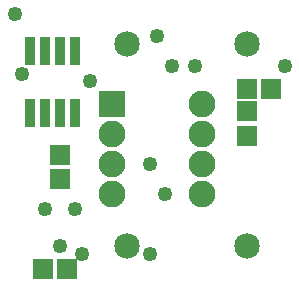
<source format=gts>
G04 MADE WITH FRITZING*
G04 WWW.FRITZING.ORG*
G04 DOUBLE SIDED*
G04 HOLES PLATED*
G04 CONTOUR ON CENTER OF CONTOUR VECTOR*
%ASAXBY*%
%FSLAX23Y23*%
%MOIN*%
%OFA0B0*%
%SFA1.0B1.0*%
%ADD10C,0.049370*%
%ADD11C,0.085000*%
%ADD12C,0.089370*%
%ADD13R,0.069055X0.065118*%
%ADD14R,0.065118X0.069055*%
%ADD15R,0.034000X0.097000*%
%ADD16R,0.089370X0.089370*%
%LNMASK1*%
G90*
G70*
G54D10*
X569Y740D03*
X644Y740D03*
X944Y740D03*
G54D11*
X819Y815D03*
X419Y815D03*
G54D10*
X519Y840D03*
X544Y315D03*
X194Y140D03*
X269Y115D03*
X69Y715D03*
G54D11*
X819Y140D03*
X419Y140D03*
G54D12*
X369Y615D03*
X669Y615D03*
X369Y515D03*
X669Y515D03*
X369Y415D03*
X669Y415D03*
X369Y315D03*
X669Y315D03*
G54D10*
X494Y115D03*
X244Y265D03*
X144Y265D03*
X44Y915D03*
X294Y690D03*
X494Y415D03*
G54D13*
X819Y590D03*
X819Y509D03*
G54D14*
X819Y665D03*
X900Y665D03*
G54D13*
X194Y365D03*
X194Y446D03*
G54D15*
X94Y584D03*
X144Y584D03*
X194Y584D03*
X244Y584D03*
X244Y790D03*
X194Y790D03*
X144Y790D03*
X94Y790D03*
G54D14*
X219Y65D03*
X139Y65D03*
G54D16*
X369Y615D03*
G04 End of Mask1*
M02*
</source>
